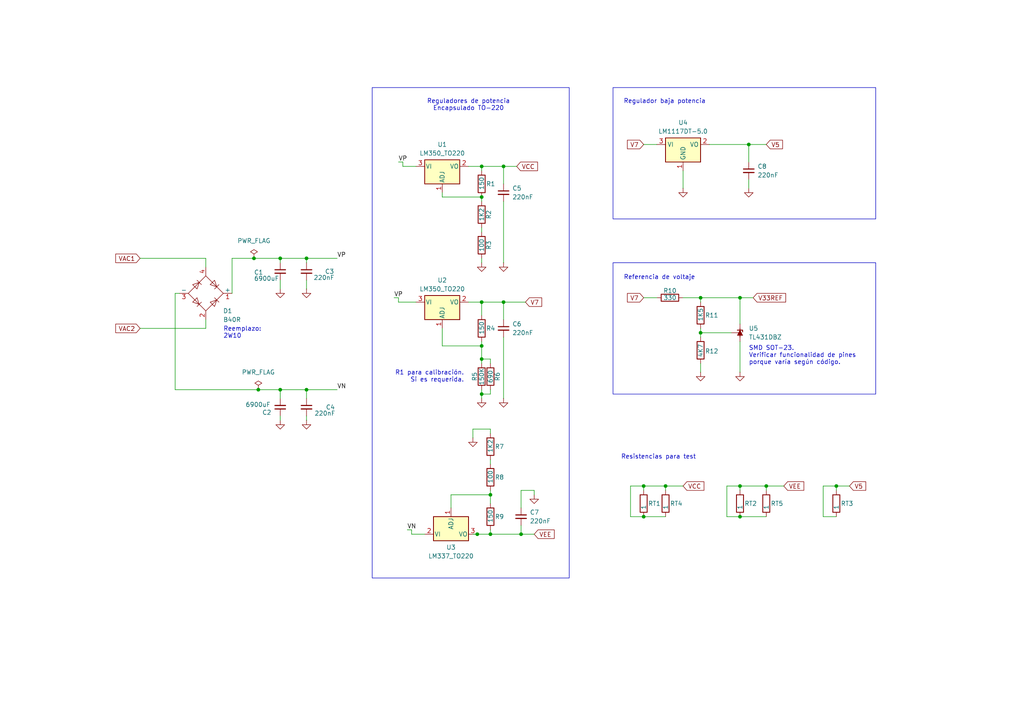
<source format=kicad_sch>
(kicad_sch (version 20231120) (generator "eeschema") (generator_version "8.0")
  (paper "A4")
  (title_block (title "Fuente (ISPEL Beta 2024)") (date "2024-10-29") (rev "2 (GC)") (company "UNDAV"))
  (lib_symbols
    (symbol "Device:C_Small" (pin_numbers hide) (pin_names (offset 0.254) hide)
      (property "Reference" "C" (at 0.254 1.778 0))
      (property "Value" "C_Small" (at 0.254 -2.032 0))
      (symbol "C_Small_0_1"
        (polyline (pts (xy -1.524 -0.508) (xy 1.524 -0.508)) (stroke (width 0.3302)))
        (polyline (pts (xy -1.524 0.508) (xy 1.524 0.508)) (stroke (width 0.3048)))
      )
      (symbol "C_Small_1_1"
        (pin passive line (at 0 2.54 270) (length 2.032) (name "~") (number "1"))
        (pin passive line (at 0 -2.54 90) (length 2.032) (name "~") (number "2"))
      )
    )
    (symbol "Device:R" (pin_numbers hide) (pin_names (offset 0))
      (property "Reference" "R" (at 2.032 0 90))
      (property "Value" "R" (at 0 0 90))
      (symbol "R_0_1"
        (rectangle (start -1.016 -2.54) (end 1.016 2.54) (stroke (width 0.254)))
      )
      (symbol "R_1_1"
        (pin passive line (at 0 3.81 270) (length 1.27) (name "~") (number "1"))
        (pin passive line (at 0 -3.81 90) (length 1.27) (name "~") (number "2"))
      )
    )
    (symbol "Diode_Bridge:B40R" (pin_names (offset 0))
      (property "Reference" "D" (at 2.54 6.985 0))
      (property "Value" "B40R" (at 2.54 5.08 0))
      (symbol "B40R_0_1"
        (polyline (pts (xy -2.54 3.81) (xy -1.27 2.54)))
        (polyline (pts (xy -1.27 -2.54) (xy -2.54 -3.81)))
        (polyline (pts (xy 2.54 -1.27) (xy 3.81 -2.54)))
        (polyline (pts (xy 2.54 1.27) (xy 3.81 2.54)))
        (polyline (pts (xy -3.81 2.54) (xy -2.54 1.27) (xy -1.905 3.175) (xy -3.81 2.54)))
        (polyline (pts (xy -2.54 -1.27) (xy -3.81 -2.54) (xy -1.905 -3.175) (xy -2.54 -1.27)))
        (polyline (pts (xy 1.27 2.54) (xy 2.54 3.81) (xy 3.175 1.905) (xy 1.27 2.54)))
        (polyline (pts (xy 3.175 -1.905) (xy 1.27 -2.54) (xy 2.54 -3.81) (xy 3.175 -1.905)))
        (polyline (pts (xy -5.08 0) (xy 0 -5.08) (xy 5.08 0) (xy 0 5.08) (xy -5.08 0)))
      )
      (symbol "B40R_1_1"
        (pin passive line (at 7.62 0 180) (length 2.54) (name "+") (number "1"))
        (pin passive line (at 0 -7.62 90) (length 2.54) (name "~") (number "2"))
        (pin passive line (at -7.62 0 0) (length 2.54) (name "-") (number "3"))
        (pin passive line (at 0 7.62 270) (length 2.54) (name "~") (number "4"))
      )
    )
    (symbol "Reference_Voltage:TL431DBZ" (pin_numbers hide) (pin_names hide)
      (property "Reference" "U" (at -2.54 2.54 0))
      (property "Value" "TL431DBZ" (at 0 -2.54 0))
      (symbol "TL431DBZ_0_1"
        (polyline (pts (xy -1.27 0) (xy 0 0) (xy 1.27 0)))
        (polyline (pts (xy -0.762 -0.762) (xy -0.762 0.762) (xy 0.762 0) (xy -0.762 -0.762)) (fill (type outline)))
        (polyline (pts (xy 0.254 -0.762) (xy 0.762 -0.762) (xy 0.762 0.762) (xy 0.762 0.762)) (stroke (width 0.254)))
      )
      (symbol "TL431DBZ_1_1"
        (pin passive line (at 2.54 0 180) (length 2.54) (name "K") (number "1"))
        (pin passive line (at 0 2.54 270) (length 2.54) (name "REF") (number "2"))
        (pin passive line (at -2.54 0 0) (length 2.54) (name "A") (number "3"))
      )
    )
    (symbol "Regulator_Linear:LM1117DT-5.0"
      (property "Reference" "U" (at -3.81 3.175 0))
      (property "Value" "LM1117DT-5.0" (at 0 3.175 0))
      (symbol "LM1117DT-5.0_0_1"
        (rectangle (start -5.08 -5.08) (end 5.08 1.905) (stroke (width 0.254)) (fill (type background)))
      )
      (symbol "LM1117DT-5.0_1_1"
        (pin power_in line (at 0 -7.62 90) (length 2.54) (name "GND") (number "1"))
        (pin power_out line (at 7.62 0 180) (length 2.54) (name "VO") (number "2"))
        (pin power_in line (at -7.62 0 0) (length 2.54) (name "VI") (number "3"))
      )
    )
    (symbol "Regulator_Linear:LM337_TO220" (pin_names (offset 0.254))
      (property "Reference" "U" (at -3.81 -3.175 0))
      (property "Value" "LM337_TO220" (at 0 -3.175 0))
      (symbol "LM337_TO220_0_1"
        (rectangle (start -5.08 5.08) (end 5.08 -1.905) (stroke (width 0.254)) (fill (type background)))
      )
      (symbol "LM337_TO220_1_1"
        (pin input line (at 0 7.62 270) (length 2.54) (name "ADJ") (number "1"))
        (pin power_in line (at -7.62 0 0) (length 2.54) (name "VI") (number "2"))
        (pin power_out line (at 7.62 0 180) (length 2.54) (name "VO") (number "3"))
      )
    )
    (symbol "Regulator_Linear:LM350_TO220" (pin_names (offset 0.254))
      (property "Reference" "U" (at -3.81 3.175 0))
      (property "Value" "LM350_TO220" (at 0 3.175 0))
      (symbol "LM350_TO220_0_1"
        (rectangle (start -5.08 1.905) (end 5.08 -5.08) (stroke (width 0.254)) (fill (type background)))
      )
      (symbol "LM350_TO220_1_1"
        (pin input line (at 0 -7.62 90) (length 2.54) (name "ADJ") (number "1"))
        (pin power_out line (at 7.62 0 180) (length 2.54) (name "VO") (number "2"))
        (pin power_in line (at -7.62 0 0) (length 2.54) (name "VI") (number "3"))
      )
    )
    (symbol "power:GND" (power) (pin_numbers hide) (pin_names (offset 0) hide)
      (property "Value" "GND" (at 0 -3.81 0))
      (symbol "GND_0_1"
        (polyline (pts (xy 0 0) (xy 0 -1.27) (xy 1.27 -1.27) (xy 0 -2.54) (xy -1.27 -1.27) (xy 0 -1.27)))
      )
      (symbol "GND_1_1"
        (pin power_in line (at 0 0 270) (length 0) (name "~") (number "1"))
      )
    )
    (symbol "power:PWR_FLAG" (power) (pin_numbers hide) (pin_names (offset 0) hide)
      (property "Value" "PWR_FLAG" (at 0 3.81 0))
      (symbol "PWR_FLAG_0_0"
        (pin power_out line (at 0 0 90) (length 0) (name "~") (number "1"))
      )
      (symbol "PWR_FLAG_0_1"
        (polyline (pts (xy 0 0) (xy 0 1.27) (xy -1.016 1.905) (xy 0 2.54) (xy 1.016 1.905) (xy 0 1.27)))
      )
    )
  )
  (junction (at 214.63 86.36))
  (junction (at 139.7 57.15))
  (junction (at 139.7 104.14))
  (junction (at 193.04 140.97))
  (junction (at 217.17 41.91))
  (junction (at 139.7 48.26))
  (junction (at 138.43 154.94))
  (junction (at 139.7 87.63))
  (junction (at 214.63 140.97))
  (junction (at 142.24 154.94))
  (junction (at 139.7 114.3))
  (junction (at 203.2 86.36))
  (junction (at 81.28 74.93))
  (junction (at 151.13 154.94))
  (junction (at 186.69 140.97))
  (junction (at 214.63 149.86))
  (junction (at 146.05 87.63))
  (junction (at 242.57 140.97))
  (junction (at 139.7 100.33))
  (junction (at 81.28 113.03))
  (junction (at 88.9 74.93))
  (junction (at 203.2 96.52))
  (junction (at 222.25 140.97))
  (junction (at 73.66 74.93))
  (junction (at 142.24 143.51))
  (junction (at 74.93 113.03))
  (junction (at 88.9 113.03))
  (junction (at 146.05 48.26))
  (junction (at 186.69 149.86))
  (wire (pts (xy 238.76 149.86) (xy 238.76 140.97)))
  (wire (pts (xy 222.25 140.97) (xy 214.63 140.97)))
  (wire (pts (xy 214.63 149.86) (xy 222.25 149.86)))
  (wire (pts (xy 214.63 140.97) (xy 214.63 142.24)))
  (wire (pts (xy 137.16 124.46) (xy 142.24 124.46)))
  (wire (pts (xy 151.13 154.94) (xy 154.94 154.94)))
  (wire (pts (xy 186.69 140.97) (xy 186.69 142.24)))
  (wire (pts (xy 88.9 76.2) (xy 88.9 74.93)))
  (wire (pts (xy 116.84 46.99) (xy 116.84 48.26)))
  (wire (pts (xy 242.57 149.86) (xy 238.76 149.86)))
  (wire (pts (xy 151.13 147.32) (xy 151.13 142.24)))
  (wire (pts (xy 40.64 95.25) (xy 59.69 95.25)))
  (wire (pts (xy 135.89 87.63) (xy 139.7 87.63)))
  (wire (pts (xy 139.7 57.15) (xy 139.7 58.42)))
  (wire (pts (xy 186.69 86.36) (xy 190.5 86.36)))
  (wire (pts (xy 205.74 41.91) (xy 217.17 41.91)))
  (wire (pts (xy 242.57 140.97) (xy 242.57 142.24)))
  (wire (pts (xy 154.94 142.24) (xy 154.94 143.51)))
  (wire (pts (xy 142.24 154.94) (xy 142.24 153.67)))
  (wire (pts (xy 214.63 86.36) (xy 218.44 86.36)))
  (wire (pts (xy 128.27 57.15) (xy 139.7 57.15)))
  (wire (pts (xy 88.9 81.28) (xy 88.9 83.82)))
  (wire (pts (xy 138.43 154.94) (xy 142.24 154.94)))
  (wire (pts (xy 119.38 154.94) (xy 123.19 154.94)))
  (wire (pts (xy 115.57 46.99) (xy 116.84 46.99)))
  (wire (pts (xy 146.05 48.26) (xy 149.86 48.26)))
  (wire (pts (xy 214.63 99.06) (xy 214.63 107.95)))
  (wire (pts (xy 139.7 105.41) (xy 139.7 104.14)))
  (wire (pts (xy 139.7 87.63) (xy 139.7 91.44)))
  (wire (pts (xy 137.16 124.46) (xy 137.16 127)))
  (wire (pts (xy 142.24 154.94) (xy 151.13 154.94)))
  (wire (pts (xy 137.16 154.94) (xy 138.43 154.94)))
  (wire (pts (xy 139.7 48.26) (xy 146.05 48.26)))
  (wire (pts (xy 128.27 55.88) (xy 128.27 57.15)))
  (wire (pts (xy 217.17 41.91) (xy 222.25 41.91)))
  (wire (pts (xy 217.17 41.91) (xy 217.17 46.99)))
  (wire (pts (xy 139.7 113.03) (xy 139.7 114.3)))
  (wire (pts (xy 139.7 100.33) (xy 139.7 104.14)))
  (wire (pts (xy 128.27 95.25) (xy 128.27 100.33)))
  (wire (pts (xy 142.24 114.3) (xy 139.7 114.3)))
  (wire (pts (xy 142.24 113.03) (xy 142.24 114.3)))
  (wire (pts (xy 139.7 66.04) (xy 139.7 67.31)))
  (wire (pts (xy 217.17 52.07) (xy 217.17 54.61)))
  (wire (pts (xy 81.28 81.28) (xy 81.28 83.82)))
  (wire (pts (xy 116.84 48.26) (xy 120.65 48.26)))
  (wire (pts (xy 139.7 114.3) (xy 139.7 115.57)))
  (wire (pts (xy 210.82 140.97) (xy 214.63 140.97)))
  (wire (pts (xy 146.05 87.63) (xy 152.4 87.63)))
  (wire (pts (xy 203.2 96.52) (xy 203.2 97.79)))
  (wire (pts (xy 142.24 133.35) (xy 142.24 134.62)))
  (wire (pts (xy 73.66 74.93) (xy 81.28 74.93)))
  (wire (pts (xy 203.2 86.36) (xy 203.2 87.63)))
  (wire (pts (xy 139.7 100.33) (xy 139.7 99.06)))
  (wire (pts (xy 142.24 143.51) (xy 142.24 146.05)))
  (wire (pts (xy 182.88 149.86) (xy 182.88 140.97)))
  (wire (pts (xy 114.3 86.36) (xy 115.57 86.36)))
  (wire (pts (xy 135.89 48.26) (xy 139.7 48.26)))
  (wire (pts (xy 142.24 104.14) (xy 139.7 104.14)))
  (wire (pts (xy 146.05 92.71) (xy 146.05 87.63)))
  (wire (pts (xy 81.28 120.65) (xy 81.28 121.92)))
  (wire (pts (xy 193.04 140.97) (xy 186.69 140.97)))
  (wire (pts (xy 151.13 152.4) (xy 151.13 154.94)))
  (wire (pts (xy 74.93 113.03) (xy 81.28 113.03)))
  (wire (pts (xy 146.05 53.34) (xy 146.05 48.26)))
  (wire (pts (xy 50.8 113.03) (xy 74.93 113.03)))
  (wire (pts (xy 59.69 74.93) (xy 59.69 77.47)))
  (wire (pts (xy 67.31 74.93) (xy 67.31 85.09)))
  (wire (pts (xy 119.38 153.67) (xy 119.38 154.94)))
  (wire (pts (xy 139.7 74.93) (xy 139.7 76.2)))
  (wire (pts (xy 115.57 87.63) (xy 120.65 87.63)))
  (wire (pts (xy 115.57 86.36) (xy 115.57 87.63)))
  (wire (pts (xy 88.9 120.65) (xy 88.9 121.92)))
  (wire (pts (xy 203.2 105.41) (xy 203.2 107.95)))
  (wire (pts (xy 40.64 74.93) (xy 59.69 74.93)))
  (wire (pts (xy 146.05 76.2) (xy 146.05 58.42)))
  (wire (pts (xy 198.12 140.97) (xy 193.04 140.97)))
  (wire (pts (xy 214.63 149.86) (xy 210.82 149.86)))
  (wire (pts (xy 198.12 86.36) (xy 203.2 86.36)))
  (wire (pts (xy 88.9 113.03) (xy 88.9 115.57)))
  (wire (pts (xy 142.24 142.24) (xy 142.24 143.51)))
  (wire (pts (xy 186.69 149.86) (xy 182.88 149.86)))
  (wire (pts (xy 214.63 93.98) (xy 214.63 86.36)))
  (wire (pts (xy 139.7 48.26) (xy 139.7 49.53)))
  (wire (pts (xy 88.9 74.93) (xy 97.79 74.93)))
  (wire (pts (xy 81.28 113.03) (xy 88.9 113.03)))
  (wire (pts (xy 50.8 85.09) (xy 52.07 85.09)))
  (wire (pts (xy 88.9 113.03) (xy 97.79 113.03)))
  (wire (pts (xy 142.24 104.14) (xy 142.24 105.41)))
  (wire (pts (xy 151.13 142.24) (xy 154.94 142.24)))
  (wire (pts (xy 238.76 140.97) (xy 242.57 140.97)))
  (wire (pts (xy 142.24 124.46) (xy 142.24 125.73)))
  (wire (pts (xy 246.38 140.97) (xy 242.57 140.97)))
  (wire (pts (xy 182.88 140.97) (xy 186.69 140.97)))
  (wire (pts (xy 203.2 95.25) (xy 203.2 96.52)))
  (wire (pts (xy 128.27 100.33) (xy 139.7 100.33)))
  (wire (pts (xy 139.7 87.63) (xy 146.05 87.63)))
  (wire (pts (xy 186.69 41.91) (xy 190.5 41.91)))
  (wire (pts (xy 222.25 140.97) (xy 222.25 142.24)))
  (wire (pts (xy 186.69 149.86) (xy 193.04 149.86)))
  (wire (pts (xy 67.31 74.93) (xy 73.66 74.93)))
  (wire (pts (xy 203.2 96.52) (xy 212.09 96.52)))
  (wire (pts (xy 130.81 143.51) (xy 142.24 143.51)))
  (wire (pts (xy 130.81 143.51) (xy 130.81 147.32)))
  (wire (pts (xy 210.82 149.86) (xy 210.82 140.97)))
  (wire (pts (xy 146.05 115.57) (xy 146.05 97.79)))
  (wire (pts (xy 50.8 85.09) (xy 50.8 113.03)))
  (wire (pts (xy 214.63 86.36) (xy 203.2 86.36)))
  (wire (pts (xy 118.11 153.67) (xy 119.38 153.67)))
  (wire (pts (xy 59.69 95.25) (xy 59.69 92.71)))
  (wire (pts (xy 81.28 74.93) (xy 88.9 74.93)))
  (wire (pts (xy 81.28 74.93) (xy 81.28 76.2)))
  (wire (pts (xy 81.28 113.03) (xy 81.28 115.57)))
  (wire (pts (xy 227.33 140.97) (xy 222.25 140.97)))
  (wire (pts (xy 198.12 49.53) (xy 198.12 54.61)))
  (wire (pts (xy 193.04 140.97) (xy 193.04 142.24)))
  (rectangle (start 107.95 25.4) (end 165.1 167.64))
  (rectangle (start 177.8 76.2) (end 254 114.3))
  (rectangle (start 177.8 25.4) (end 254 63.5))
  (text "SMD SOT-23. \nVerificar funcionalidad de pines \nporque varía según código." (at 217.17 100.33 0) (effects (font (size 1.27 1.27)) (justify left top)))
  (text "Reemplazo: \n2W10" (at 64.77 96.52 0) (effects (font (size 1.27 1.27)) (justify left)))
  (text "R1 para calibración.\nSi es requerida." (at 134.62 109.22 0) (effects (font (size 1.27 1.27)) (justify right)))
  (text "Referencia de voltaje" (at 191.262 80.518 0) (effects (font (size 1.27 1.27))))
  (text "Reguladores de potencia\nEncapsulado TO-220" (at 135.89 30.48 0) (effects (font (size 1.27 1.27))))
  (text "Resistencias para test" (at 191.008 132.588 0) (effects (font (size 1.27 1.27))))
  (text "Regulador baja potencia" (at 192.786 29.464 0) (effects (font (size 1.27 1.27))))
  (label "VN" (at 118.11 153.67 0))
  (label "VN" (at 97.79 113.03 0))
  (label "VP" (at 114.3 86.36 0))
  (label "VP" (at 115.57 46.99 0))
  (label "VP" (at 97.79 74.93 0))
  (global_label "VCC" (shape input) (at 198.12 140.97 0) (property "Intersheetrefs" "${INTERSHEET_REFS}" (effects (hide yes))))
  (global_label "V7" (shape input) (at 186.69 41.91 180) (property "Intersheetrefs" "${INTERSHEET_REFS}" (effects (hide yes))))
  (global_label "V33REF" (shape input) (at 218.44 86.36 0) (property "Intersheetrefs" "${INTERSHEET_REFS}" (effects (hide yes))))
  (global_label "VEE" (shape input) (at 227.33 140.97 0) (property "Intersheetrefs" "${INTERSHEET_REFS}" (effects (hide yes))))
  (global_label "VAC2" (shape input) (at 40.64 95.25 180) (property "Intersheetrefs" "${INTERSHEET_REFS}" (effects (hide yes))))
  (global_label "VAC1" (shape input) (at 40.64 74.93 180) (property "Intersheetrefs" "${INTERSHEET_REFS}" (effects (hide yes))))
  (global_label "V5" (shape input) (at 222.25 41.91 0) (property "Intersheetrefs" "${INTERSHEET_REFS}" (effects (hide yes))))
  (global_label "VEE" (shape input) (at 154.94 154.94 0) (property "Intersheetrefs" "${INTERSHEET_REFS}" (effects (hide yes))))
  (global_label "V7" (shape input) (at 152.4 87.63 0) (property "Intersheetrefs" "${INTERSHEET_REFS}" (effects (hide yes))))
  (global_label "V7" (shape input) (at 186.69 86.36 180) (property "Intersheetrefs" "${INTERSHEET_REFS}" (effects (hide yes))))
  (global_label "V5" (shape input) (at 246.38 140.97 0) (property "Intersheetrefs" "${INTERSHEET_REFS}" (effects (hide yes))))
  (global_label "VCC" (shape input) (at 149.86 48.26 0) (property "Intersheetrefs" "${INTERSHEET_REFS}" (effects (hide yes))))
  (symbol (lib_id "Device:R") (at 142.24 129.54 0) (unit 1)
    (property "Reference" "R7" (at 143.51 129.54 0) (effects (justify left)))
    (property "Value" "1K2" (at 142.24 131.318 90) (effects (justify left)))
    (property "Footprint" "Resistor_SMD:R_1206_3216Metric_Pad1.30x1.75mm_HandSolder" (effects (hide yes)))
    (property "Description" "Resistor" (effects (hide yes)))
  )
  (symbol (lib_id "Device:C_Small") (at 88.9 78.74 0) (unit 1)
    (property "Reference" "C3" (at 94.234 78.74 0) (effects (justify left)))
    (property "Value" "220nF" (at 90.932 80.518 0) (effects (justify left)))
    (property "Footprint" "Capacitor_SMD:C_1206_3216Metric_Pad1.33x1.80mm_HandSolder" (effects (hide yes)))
    (property "Description" "Unpolarized capacitor, small symbol" (effects (hide yes)))
  )
  (symbol (lib_id "power:GND") (at 88.9 121.92 0) (unit 1)
    (property "Reference" "#PWR05" (effects (hide yes)))
    (property "Value" "GND" (effects (hide yes)))
    (property "Description" "Power symbol creates a global label with name \"GND\" , ground" (effects (hide yes)))
  )
  (symbol (lib_id "Device:R") (at 203.2 101.6 0) (unit 1)
    (property "Reference" "R12" (at 204.47 101.854 0) (effects (justify left)))
    (property "Value" "4K7" (at 203.2 103.632 90) (effects (justify left)))
    (property "Footprint" "Resistor_SMD:R_1206_3216Metric_Pad1.30x1.75mm_HandSolder" (effects (hide yes)))
    (property "Description" "Resistor" (effects (hide yes)))
  )
  (symbol (lib_id "Device:R") (at 242.57 146.05 0) (unit 1)
    (property "Reference" "RT3" (at 243.84 146.05 0) (effects (justify left)))
    (property "Value" "1" (at 242.57 147.828 90) (effects (justify left)))
    (property "Footprint" "Resistor_SMD:R_1206_3216Metric_Pad1.30x1.75mm_HandSolder" (effects (hide yes)))
    (property "Description" "Resistor" (effects (hide yes)))
  )
  (symbol (lib_id "Device:R") (at 222.25 146.05 0) (unit 1)
    (property "Reference" "RT5" (at 223.52 146.05 0) (effects (justify left)))
    (property "Value" "1" (at 222.25 147.828 90) (effects (justify left)))
    (property "Footprint" "Resistor_SMD:R_1206_3216Metric_Pad1.30x1.75mm_HandSolder" (effects (hide yes)))
    (property "Description" "Resistor" (effects (hide yes)))
  )
  (symbol (lib_id "Device:R") (at 139.7 71.12 180) (unit 1)
    (property "Reference" "R3" (at 141.732 71.12 90))
    (property "Value" "100" (at 139.7 71.12 90))
    (property "Footprint" "Resistor_SMD:R_1206_3216Metric_Pad1.30x1.75mm_HandSolder" (effects (hide yes)))
    (property "Description" "Resistor" (effects (hide yes)))
  )
  (symbol (lib_id "Device:R") (at 194.31 86.36 90) (unit 1)
    (property "Reference" "R10" (at 194.31 84.328 90))
    (property "Value" "330" (at 194.31 86.36 90))
    (property "Footprint" "Resistor_SMD:R_1206_3216Metric_Pad1.30x1.75mm_HandSolder" (effects (hide yes)))
    (property "Description" "Resistor" (effects (hide yes)))
  )
  (symbol (lib_id "Device:C_Small") (at 88.9 118.11 0) (unit 1)
    (property "Reference" "C4" (at 94.488 118.11 0) (effects (justify left)))
    (property "Value" "220nF" (at 91.186 119.888 0) (effects (justify left)))
    (property "Footprint" "Capacitor_SMD:C_1206_3216Metric_Pad1.33x1.80mm_HandSolder" (effects (hide yes)))
    (property "Description" "Unpolarized capacitor, small symbol" (effects (hide yes)))
  )
  (symbol (lib_id "Device:C_Small") (at 146.05 55.88 0) (unit 1)
    (property "Reference" "C5" (at 148.59 54.6162 0) (effects (justify left)))
    (property "Value" "220nF" (at 148.59 57.1562 0) (effects (justify left)))
    (property "Footprint" "Capacitor_SMD:C_1206_3216Metric_Pad1.33x1.80mm_HandSolder" (effects (hide yes)))
    (property "Description" "Unpolarized capacitor, small symbol" (effects (hide yes)))
  )
  (symbol (lib_id "power:GND") (at 146.05 76.2 0) (unit 1)
    (property "Reference" "#PWR09" (effects (hide yes)))
    (property "Value" "GND" (effects (hide yes)))
    (property "Description" "Power symbol creates a global label with name \"GND\" , ground" (effects (hide yes)))
  )
  (symbol (lib_id "Regulator_Linear:LM350_TO220") (at 128.27 48.26 0) (unit 1)
    (property "Reference" "U1" (at 128.27 41.91 0))
    (property "Value" "LM350_TO220" (at 128.27 44.45 0))
    (property "Footprint" "Package_TO_SOT_THT:TO-220-3_Vertical" (effects (hide yes)))
    (property "Datasheet" "https://www.onsemi.com/pub/Collateral/LM350-D.pdf" (effects (hide yes)))
    (property "Description" "3A 33V Adjustable Linear Regulator, TO-220" (effects (hide yes)))
  )
  (symbol (lib_id "power:GND") (at 154.94 143.51 0) (unit 1)
    (property "Reference" "#PWR011" (effects (hide yes)))
    (property "Value" "GND" (effects (hide yes)))
    (property "Description" "Power symbol creates a global label with name \"GND\" , ground" (effects (hide yes)))
  )
  (symbol (lib_id "power:GND") (at 214.63 107.95 0) (unit 1)
    (property "Reference" "#PWR014" (effects (hide yes)))
    (property "Value" "GND" (effects (hide yes)))
    (property "Description" "Power symbol creates a global label with name \"GND\" , ground" (effects (hide yes)))
  )
  (symbol (lib_id "power:GND") (at 146.05 115.57 0) (unit 1)
    (property "Reference" "#PWR010" (effects (hide yes)))
    (property "Value" "GND" (effects (hide yes)))
    (property "Description" "Power symbol creates a global label with name \"GND\" , ground" (effects (hide yes)))
  )
  (symbol (lib_id "power:PWR_FLAG") (at 73.66 74.93 0) (unit 1)
    (property "Reference" "#FLG0102" (effects (hide yes)))
    (property "Value" "PWR_FLAG" (at 73.66 69.85 0))
    (property "Description" "Special symbol for telling ERC where power comes from" (effects (hide yes)))
  )
  (symbol (lib_id "power:GND") (at 88.9 83.82 0) (unit 1)
    (property "Reference" "#PWR04" (effects (hide yes)))
    (property "Value" "GND" (effects (hide yes)))
    (property "Description" "Power symbol creates a global label with name \"GND\" , ground" (effects (hide yes)))
  )
  (symbol (lib_id "Device:C_Small") (at 217.17 49.53 0) (unit 1)
    (property "Reference" "C8" (at 219.71 48.2662 0) (effects (justify left)))
    (property "Value" "220nF" (at 219.71 50.8062 0) (effects (justify left)))
    (property "Footprint" "Capacitor_SMD:C_1206_3216Metric_Pad1.33x1.80mm_HandSolder" (effects (hide yes)))
    (property "Description" "Unpolarized capacitor, small symbol" (effects (hide yes)))
  )
  (symbol (lib_id "power:PWR_FLAG") (at 74.93 113.03 0) (unit 1)
    (property "Reference" "#FLG0103" (effects (hide yes)))
    (property "Value" "PWR_FLAG" (at 74.93 107.95 0))
    (property "Description" "Special symbol for telling ERC where power comes from" (effects (hide yes)))
  )
  (symbol (lib_id "power:GND") (at 198.12 54.61 0) (unit 1)
    (property "Reference" "#PWR012" (effects (hide yes)))
    (property "Value" "GND" (effects (hide yes)))
    (property "Description" "Power symbol creates a global label with name \"GND\" , ground" (effects (hide yes)))
  )
  (symbol (lib_id "Device:R") (at 142.24 109.22 180) (unit 1)
    (property "Reference" "R6" (at 144.272 109.22 90))
    (property "Value" "690" (at 142.24 109.22 90))
    (property "Footprint" "Resistor_SMD:R_1206_3216Metric_Pad1.30x1.75mm_HandSolder" (effects (hide yes)))
    (property "Description" "Resistor" (effects (hide yes)))
  )
  (symbol (lib_id "Device:C_Small") (at 146.05 95.25 0) (unit 1)
    (property "Reference" "C6" (at 148.59 93.9862 0) (effects (justify left)))
    (property "Value" "220nF" (at 148.59 96.5262 0) (effects (justify left)))
    (property "Footprint" "Capacitor_SMD:C_1206_3216Metric_Pad1.33x1.80mm_HandSolder" (effects (hide yes)))
    (property "Description" "Unpolarized capacitor, small symbol" (effects (hide yes)))
  )
  (symbol (lib_id "Device:C_Small") (at 81.28 118.11 180) (unit 1)
    (property "Reference" "C2" (at 78.74 119.634 0) (effects (justify left)))
    (property "Value" "6900uF" (at 78.486 117.348 0) (effects (justify left)))
    (property "Footprint" "Capacitor_THT:CP_Radial_D18.0mm_P7.50mm" (effects (hide yes)))
    (property "Description" "Unpolarized capacitor, small symbol" (effects (hide yes)))
  )
  (symbol (lib_id "Device:R") (at 203.2 91.44 0) (unit 1)
    (property "Reference" "R11" (at 204.47 91.44 0) (effects (justify left)))
    (property "Value" "1K5" (at 203.2 93.218 90) (effects (justify left)))
    (property "Footprint" "Resistor_SMD:R_1206_3216Metric_Pad1.30x1.75mm_HandSolder" (effects (hide yes)))
    (property "Description" "Resistor" (effects (hide yes)))
  )
  (symbol (lib_id "power:GND") (at 203.2 107.95 0) (unit 1)
    (property "Reference" "#PWR013" (effects (hide yes)))
    (property "Value" "GND" (effects (hide yes)))
    (property "Description" "Power symbol creates a global label with name \"GND\" , ground" (effects (hide yes)))
  )
  (symbol (lib_id "Regulator_Linear:LM350_TO220") (at 128.27 87.63 0) (unit 1)
    (property "Reference" "U2" (at 128.27 81.28 0))
    (property "Value" "LM350_TO220" (at 128.27 83.82 0))
    (property "Footprint" "Package_TO_SOT_THT:TO-220-3_Vertical" (effects (hide yes)))
    (property "Datasheet" "https://www.onsemi.com/pub/Collateral/LM350-D.pdf" (effects (hide yes)))
    (property "Description" "3A 33V Adjustable Linear Regulator, TO-220" (effects (hide yes)))
  )
  (symbol (lib_id "Device:R") (at 142.24 149.86 0) (unit 1)
    (property "Reference" "R9" (at 143.51 149.86 0) (effects (justify left)))
    (property "Value" "150" (at 142.24 151.638 90) (effects (justify left)))
    (property "Footprint" "Resistor_SMD:R_1206_3216Metric_Pad1.30x1.75mm_HandSolder" (effects (hide yes)))
    (property "Description" "Resistor" (effects (hide yes)))
  )
  (symbol (lib_id "Device:R") (at 139.7 62.23 180) (unit 1)
    (property "Reference" "R2" (at 141.732 62.23 90))
    (property "Value" "1K2" (at 139.7 62.23 90))
    (property "Footprint" "Resistor_SMD:R_1206_3216Metric_Pad1.30x1.75mm_HandSolder" (effects (hide yes)))
    (property "Description" "Resistor" (effects (hide yes)))
  )
  (symbol (lib_id "power:GND") (at 139.7 115.57 0) (unit 1)
    (property "Reference" "#PWR08" (effects (hide yes)))
    (property "Value" "GND" (effects (hide yes)))
    (property "Description" "Power symbol creates a global label with name \"GND\" , ground" (effects (hide yes)))
  )
  (symbol (lib_id "power:GND") (at 217.17 54.61 0) (unit 1)
    (property "Reference" "#PWR015" (effects (hide yes)))
    (property "Value" "GND" (effects (hide yes)))
    (property "Description" "Power symbol creates a global label with name \"GND\" , ground" (effects (hide yes)))
  )
  (symbol (lib_id "power:GND") (at 139.7 76.2 0) (unit 1)
    (property "Reference" "#PWR07" (effects (hide yes)))
    (property "Value" "GND" (effects (hide yes)))
    (property "Description" "Power symbol creates a global label with name \"GND\" , ground" (effects (hide yes)))
  )
  (symbol (lib_id "power:GND") (at 137.16 127 0) (unit 1)
    (property "Reference" "#PWR06" (effects (hide yes)))
    (property "Value" "GND" (effects (hide yes)))
    (property "Description" "Power symbol creates a global label with name \"GND\" , ground" (effects (hide yes)))
  )
  (symbol (lib_id "Device:R") (at 214.63 146.05 0) (unit 1)
    (property "Reference" "RT2" (at 215.9 146.05 0) (effects (justify left)))
    (property "Value" "1" (at 214.63 147.828 90) (effects (justify left)))
    (property "Footprint" "Resistor_SMD:R_1206_3216Metric_Pad1.30x1.75mm_HandSolder" (effects (hide yes)))
    (property "Description" "Resistor" (effects (hide yes)))
  )
  (symbol (lib_id "Regulator_Linear:LM337_TO220") (at 130.81 154.94 0) (unit 1)
    (property "Reference" "U3" (at 130.81 158.75 0))
    (property "Value" "LM337_TO220" (at 130.81 161.29 0))
    (property "Footprint" "Package_TO_SOT_THT:TO-220-3_Vertical" (effects (hide yes)))
    (property "Datasheet" "http://www.ti.com/lit/ds/symlink/lm337-n.pdf" (effects (hide yes)))
    (property "Description" "Negative 1.5A 35V Adjustable Linear Regulator, TO-220" (effects (hide yes)))
  )
  (symbol (lib_id "Device:C_Small") (at 151.13 149.86 0) (unit 1)
    (property "Reference" "C7" (at 153.67 148.5962 0) (effects (justify left)))
    (property "Value" "220nF" (at 153.67 151.1362 0) (effects (justify left)))
    (property "Footprint" "Capacitor_SMD:C_1206_3216Metric_Pad1.33x1.80mm_HandSolder" (effects (hide yes)))
    (property "Description" "Unpolarized capacitor, small symbol" (effects (hide yes)))
  )
  (symbol (lib_id "Device:R") (at 139.7 53.34 0) (unit 1)
    (property "Reference" "R1" (at 140.97 53.34 0) (effects (justify left)))
    (property "Value" "150" (at 139.7 55.118 90) (effects (justify left)))
    (property "Footprint" "Resistor_SMD:R_1206_3216Metric_Pad1.30x1.75mm_HandSolder" (effects (hide yes)))
    (property "Description" "Resistor" (effects (hide yes)))
  )
  (symbol (lib_id "Device:R") (at 193.04 146.05 0) (unit 1)
    (property "Reference" "RT4" (at 194.31 146.05 0) (effects (justify left)))
    (property "Value" "1" (at 193.04 147.828 90) (effects (justify left)))
    (property "Footprint" "Resistor_SMD:R_1206_3216Metric_Pad1.30x1.75mm_HandSolder" (effects (hide yes)))
    (property "Description" "Resistor" (effects (hide yes)))
  )
  (symbol (lib_id "Regulator_Linear:LM1117DT-5.0") (at 198.12 41.91 0) (unit 1)
    (property "Reference" "U4" (at 198.12 35.56 0))
    (property "Value" "LM1117DT-5.0" (at 198.12 38.1 0))
    (property "Footprint" "Package_TO_SOT_SMD:TO-252-3_TabPin2" (effects (hide yes)))
    (property "Datasheet" "http://www.ti.com/lit/ds/symlink/lm1117.pdf" (effects (hide yes)))
    (property "Description" "800mA Low-Dropout Linear Regulator, 5.0V fixed output, TO-252" (effects (hide yes)))
  )
  (symbol (lib_id "Device:C_Small") (at 81.28 78.74 0) (unit 1)
    (property "Reference" "C1" (at 73.66 78.994 0) (effects (justify left)))
    (property "Value" "6900uF" (at 73.66 80.772 0) (effects (justify left)))
    (property "Footprint" "Capacitor_THT:CP_Radial_D18.0mm_P7.50mm" (effects (hide yes)))
    (property "Description" "Unpolarized capacitor, small symbol" (effects (hide yes)))
  )
  (symbol (lib_id "Diode_Bridge:B40R") (at 59.69 85.09 0) (unit 1)
    (property "Reference" "D1" (at 66.04 90.17 0))
    (property "Value" "B40R" (at 67.31 92.71 0))
    (property "Footprint" "Diode_THT:Diode_Bridge_Round_D9.0mm" (effects (hide yes)))
    (property "Datasheet" "https://diotec.com/tl_files/diotec/files/pdf/datasheets/b40r.pdf" (effects (hide yes)))
    (property "Description" "Single-Phase Bridge Rectifier, 40V Vrms, 1.6A If, WOG-like package" (effects (hide yes)))
  )
  (symbol (lib_id "Device:R") (at 186.69 146.05 0) (unit 1)
    (property "Reference" "RT1" (at 187.96 146.05 0) (effects (justify left)))
    (property "Value" "1" (at 186.69 147.828 90) (effects (justify left)))
    (property "Footprint" "Resistor_SMD:R_1206_3216Metric_Pad1.30x1.75mm_HandSolder" (effects (hide yes)))
    (property "Description" "Resistor" (effects (hide yes)))
  )
  (symbol (lib_id "Device:R") (at 139.7 109.22 180) (unit 1)
    (property "Reference" "R5" (at 137.668 109.22 90))
    (property "Value" "150K" (at 139.7 109.22 90))
    (property "Footprint" "Resistor_SMD:R_1206_3216Metric_Pad1.30x1.75mm_HandSolder" (effects (hide yes)))
    (property "Description" "Resistor" (effects (hide yes)))
  )
  (symbol (lib_id "power:GND") (at 81.28 83.82 0) (unit 1)
    (property "Reference" "#PWR02" (effects (hide yes)))
    (property "Value" "GND" (effects (hide yes)))
    (property "Description" "Power symbol creates a global label with name \"GND\" , ground" (effects (hide yes)))
  )
  (symbol (lib_id "power:GND") (at 81.28 121.92 0) (unit 1)
    (property "Reference" "#PWR03" (effects (hide yes)))
    (property "Value" "GND" (effects (hide yes)))
    (property "Description" "Power symbol creates a global label with name \"GND\" , ground" (effects (hide yes)))
  )
  (symbol (lib_id "Reference_Voltage:TL431DBZ") (at 214.63 96.52 90) (unit 1)
    (property "Reference" "U5" (at 217.17 95.2499 90) (effects (justify right)))
    (property "Value" "TL431DBZ" (at 217.17 97.7899 90) (effects (justify right)))
    (property "Footprint" "Package_TO_SOT_SMD:SOT-23" (effects (hide yes)))
    (property "Datasheet" "http://www.ti.com/lit/ds/symlink/tl431.pdf" (effects (hide yes)))
    (property "Description" "Shunt Regulator, SOT-23" (effects (hide yes)))
  )
  (symbol (lib_id "Device:R") (at 139.7 95.25 0) (unit 1)
    (property "Reference" "R4" (at 140.97 95.25 0) (effects (justify left)))
    (property "Value" "150" (at 139.7 97.028 90) (effects (justify left)))
    (property "Footprint" "Resistor_SMD:R_1206_3216Metric_Pad1.30x1.75mm_HandSolder" (effects (hide yes)))
    (property "Description" "Resistor" (effects (hide yes)))
  )
  (symbol (lib_id "Device:R") (at 142.24 138.43 0) (unit 1)
    (property "Reference" "R8" (at 143.51 138.43 0) (effects (justify left)))
    (property "Value" "100" (at 142.24 140.208 90) (effects (justify left)))
    (property "Footprint" "Resistor_SMD:R_1206_3216Metric_Pad1.30x1.75mm_HandSolder" (effects (hide yes)))
    (property "Description" "Resistor" (effects (hide yes)))
  )
)
</source>
